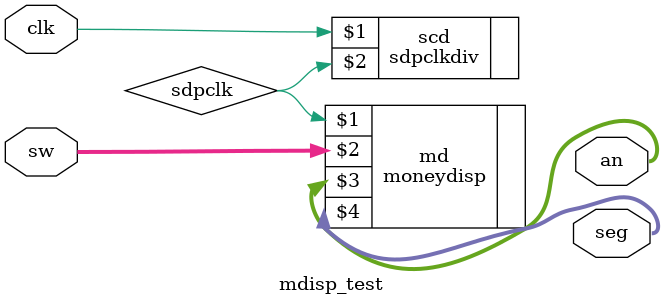
<source format=v>
`timescale 1ns / 1ps

module mdisp_test(
    clk, sw, seg, an
);
    input clk;
    input [7:0] sw;
    output [7:0] seg;
    output [7:0] an;
    sdpclkdiv scd(clk, sdpclk);
    moneydisp md(sdpclk, sw, an, seg);
endmodule
</source>
